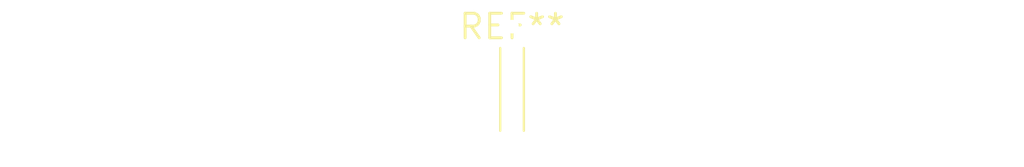
<source format=kicad_pcb>
(kicad_pcb (version 20240108) (generator pcbnew)
  (layers (0 "F.Cu" signal) (31 "B.Cu" signal) (34 "B.Paste" user) (35 "F.Paste" user) (36 "B.SilkS" user "B.Silkscreen") (37 "F.SilkS" user "F.Silkscreen") (38 "B.Mask" user) (39 "F.Mask" user) (44 "Edge.Cuts" user))
  (net 0 "")
  (footprint "SolderWire-0.127sqmm_1x01_D0.48mm_OD1mm_Relief" (layer "F.Cu") (at 0 0)
    (property "Reference" "REF**")
    (property "Value" "SolderWire-0.127sqmm_1x01_D0.48mm_OD1mm_Relief")
    (fp_line (start -0.61 1.11) (end -0.61 5.39) (layer "F.SilkS") (stroke (width 0.12)))
    (fp_line (start 0.61 1.11) (end 0.61 5.39) (layer "F.SilkS") (stroke (width 0.12)))
    (pad "" np_thru_hole circle (at 0 6) (size 1.5 1.5) (drill 1.5) (layers *.Cu *.Mask))
    (pad "1" thru_hole roundrect (at 0 0) (size 1.7 1.7) (drill 0.7) (layers *.Cu *.Mask) (remove_unused_layers) (roundrect_rratio 0.147059))
  )
)
</source>
